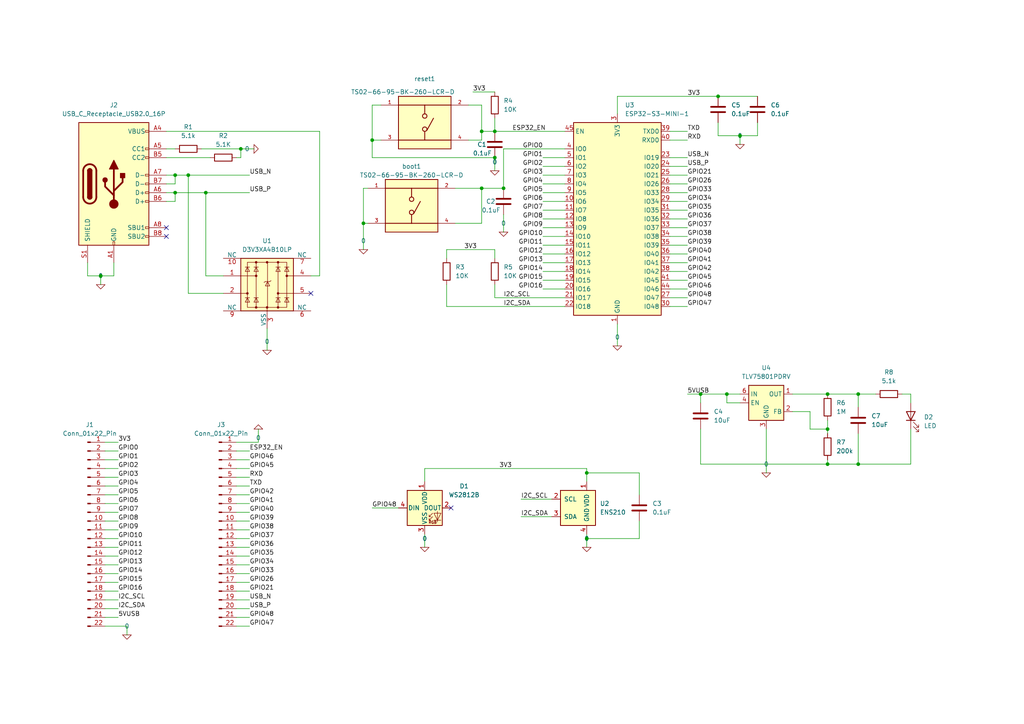
<source format=kicad_sch>
(kicad_sch (version 20231120) (generator "eeschema") (generator_version "8.0")
  (paper "A4")
  (lib_symbols
    (symbol "Connector:Conn_01x22_Pin" (pin_names (offset 1.016) hide)
      (property "Reference" "J" (at 0 27.94 0))
      (property "Value" "Conn_01x22_Pin" (at 0 -30.48 0))
      (symbol "Conn_01x22_Pin_1_1"
        (pin passive line (at 5.08 25.4 180) (length 3.81) (name "Pin_1") (number "1"))
        (pin passive line (at 5.08 2.54 180) (length 3.81) (name "Pin_10") (number "10"))
        (pin passive line (at 5.08 0 180) (length 3.81) (name "Pin_11") (number "11"))
        (pin passive line (at 5.08 -2.54 180) (length 3.81) (name "Pin_12") (number "12"))
        (pin passive line (at 5.08 -5.08 180) (length 3.81) (name "Pin_13") (number "13"))
        (pin passive line (at 5.08 -7.62 180) (length 3.81) (name "Pin_14") (number "14"))
        (pin passive line (at 5.08 -10.16 180) (length 3.81) (name "Pin_15") (number "15"))
        (pin passive line (at 5.08 -12.7 180) (length 3.81) (name "Pin_16") (number "16"))
        (pin passive line (at 5.08 -15.24 180) (length 3.81) (name "Pin_17") (number "17"))
        (pin passive line (at 5.08 -17.78 180) (length 3.81) (name "Pin_18") (number "18"))
        (pin passive line (at 5.08 -20.32 180) (length 3.81) (name "Pin_19") (number "19"))
        (pin passive line (at 5.08 22.86 180) (length 3.81) (name "Pin_2") (number "2"))
        (pin passive line (at 5.08 -22.86 180) (length 3.81) (name "Pin_20") (number "20"))
        (pin passive line (at 5.08 -25.4 180) (length 3.81) (name "Pin_21") (number "21"))
        (pin passive line (at 5.08 -27.94 180) (length 3.81) (name "Pin_22") (number "22"))
        (pin passive line (at 5.08 20.32 180) (length 3.81) (name "Pin_3") (number "3"))
        (pin passive line (at 5.08 17.78 180) (length 3.81) (name "Pin_4") (number "4"))
        (pin passive line (at 5.08 15.24 180) (length 3.81) (name "Pin_5") (number "5"))
        (pin passive line (at 5.08 12.7 180) (length 3.81) (name "Pin_6") (number "6"))
        (pin passive line (at 5.08 10.16 180) (length 3.81) (name "Pin_7") (number "7"))
        (pin passive line (at 5.08 7.62 180) (length 3.81) (name "Pin_8") (number "8"))
        (pin passive line (at 5.08 5.08 180) (length 3.81) (name "Pin_9") (number "9"))
      )
    )
    (symbol "Connector:USB_C_Receptacle_USB2.0_16P" (pin_names (offset 1.016))
      (property "Reference" "J" (at 0 22.225 0))
      (property "Value" "USB_C_Receptacle_USB2.0_16P" (at 0 19.685 0))
      (symbol "USB_C_Receptacle_USB2.0_16P_1_1"
        (pin passive line (at 0 -22.86 90) (length 5.08) (name "GND") (number "A1"))
        (pin passive line (at 0 -22.86 90) (length 5.08) hide (name "GND") (number "A12"))
        (pin passive line (at 15.24 15.24 180) (length 5.08) (name "VBUS") (number "A4"))
        (pin bidirectional line (at 15.24 10.16 180) (length 5.08) (name "CC1") (number "A5"))
        (pin bidirectional line (at 15.24 -2.54 180) (length 5.08) (name "D+") (number "A6"))
        (pin bidirectional line (at 15.24 2.54 180) (length 5.08) (name "D-") (number "A7"))
        (pin bidirectional line (at 15.24 -12.7 180) (length 5.08) (name "SBU1") (number "A8"))
        (pin passive line (at 15.24 15.24 180) (length 5.08) hide (name "VBUS") (number "A9"))
        (pin passive line (at 0 -22.86 90) (length 5.08) hide (name "GND") (number "B1"))
        (pin passive line (at 0 -22.86 90) (length 5.08) hide (name "GND") (number "B12"))
        (pin passive line (at 15.24 15.24 180) (length 5.08) hide (name "VBUS") (number "B4"))
        (pin bidirectional line (at 15.24 7.62 180) (length 5.08) (name "CC2") (number "B5"))
        (pin bidirectional line (at 15.24 -5.08 180) (length 5.08) (name "D+") (number "B6"))
        (pin bidirectional line (at 15.24 0 180) (length 5.08) (name "D-") (number "B7"))
        (pin bidirectional line (at 15.24 -15.24 180) (length 5.08) (name "SBU2") (number "B8"))
        (pin passive line (at 15.24 15.24 180) (length 5.08) hide (name "VBUS") (number "B9"))
        (pin passive line (at -7.62 -22.86 90) (length 5.08) (name "SHIELD") (number "S1"))
      )
    )
    (symbol "Device:C" (pin_numbers hide) (pin_names (offset 0.254))
      (property "Reference" "C" (at 0.635 2.54 0))
      (property "Value" "C" (at 0.635 -2.54 0))
      (symbol "C_1_1"
        (pin passive line (at 0 3.81 270) (length 2.794) (name "~") (number "1"))
        (pin passive line (at 0 -3.81 90) (length 2.794) (name "~") (number "2"))
      )
    )
    (symbol "Device:LED" (pin_numbers hide) (pin_names (offset 1.016) hide)
      (property "Reference" "D" (at 0 2.54 0))
      (property "Value" "LED" (at 0 -2.54 0))
      (symbol "LED_1_1"
        (pin passive line (at -3.81 0 0) (length 2.54) (name "K") (number "1"))
        (pin passive line (at 3.81 0 180) (length 2.54) (name "A") (number "2"))
      )
    )
    (symbol "Device:R" (pin_numbers hide) (pin_names (offset 0))
      (property "Reference" "R" (at 2.032 0 90))
      (property "Value" "R" (at 0 0 90))
      (symbol "R_1_1"
        (pin passive line (at 0 3.81 270) (length 1.27) (name "~") (number "1"))
        (pin passive line (at 0 -3.81 90) (length 1.27) (name "~") (number "2"))
      )
    )
    (symbol "LED:WS2812B" (pin_names (offset 0.254))
      (property "Reference" "D" (at 5.08 5.715 0))
      (property "Value" "WS2812B" (at 1.27 -5.715 0))
      (symbol "WS2812B_0_0"
        (text "RGB" (at 2.286 -4.191 0) (effects (font (size 0.762 0.762))))
      )
      (symbol "WS2812B_1_1"
        (pin power_in line (at 0 7.62 270) (length 2.54) (name "VDD") (number "1"))
        (pin output line (at 7.62 0 180) (length 2.54) (name "DOUT") (number "2"))
        (pin power_in line (at 0 -7.62 90) (length 2.54) (name "VSS") (number "3"))
        (pin input line (at -7.62 0 0) (length 2.54) (name "DIN") (number "4"))
      )
    )
    (symbol "Power_Protection:D3V3XA4B10LP" (pin_names (offset 0))
      (property "Reference" "U" (at -0.635 8.89 0))
      (property "Value" "D3V3XA4B10LP" (at 8.89 -10.16 0))
      (symbol "D3V3XA4B10LP_1_1"
        (pin passive line (at -12.7 2.54 0) (length 5.08) (name "~") (number "1"))
        (pin free line (at -12.7 7.62 0) (length 5.08) (name "NC") (number "10"))
        (pin passive line (at -12.7 -2.54 0) (length 5.08) (name "~") (number "2"))
        (pin power_in line (at 0 -12.7 90) (length 5.08) (name "VSS") (number "3"))
        (pin passive line (at 12.7 2.54 180) (length 5.08) (name "~") (number "4"))
        (pin passive line (at 12.7 -2.54 180) (length 5.08) (name "~") (number "5"))
        (pin free line (at 12.7 -7.62 180) (length 5.08) (name "NC") (number "6"))
        (pin free line (at 12.7 7.62 180) (length 5.08) (name "NC") (number "7"))
        (pin passive line (at 0 -12.7 90) (length 5.08) hide (name "VSS") (number "8"))
        (pin free line (at -12.7 -7.62 0) (length 5.08) (name "NC") (number "9"))
      )
    )
    (symbol "RF_Module:ESP32-S3-MINI-1"
      (property "Reference" "U" (at -11.43 29.21 0))
      (property "Value" "ESP32-S3-MINI-1" (at 12.7 29.21 0))
      (symbol "ESP32-S3-MINI-1_1_1"
        (pin power_in line (at 0 -30.48 90) (length 2.54) (name "GND") (number "1"))
        (pin bidirectional line (at -15.24 5.08 0) (length 2.54) (name "IO6") (number "10"))
        (pin bidirectional line (at -15.24 2.54 0) (length 2.54) (name "IO7") (number "11"))
        (pin bidirectional line (at -15.24 0 0) (length 2.54) (name "IO8") (number "12"))
        (pin bidirectional line (at -15.24 -2.54 0) (length 2.54) (name "IO9") (number "13"))
        (pin bidirectional line (at -15.24 -5.08 0) (length 2.54) (name "IO10") (number "14"))
        (pin bidirectional line (at -15.24 -7.62 0) (length 2.54) (name "IO11") (number "15"))
        (pin bidirectional line (at -15.24 -10.16 0) (length 2.54) (name "IO12") (number "16"))
        (pin bidirectional line (at -15.24 -12.7 0) (length 2.54) (name "IO13") (number "17"))
        (pin bidirectional line (at -15.24 -15.24 0) (length 2.54) (name "IO14") (number "18"))
        (pin bidirectional line (at -15.24 -17.78 0) (length 2.54) (name "IO15") (number "19"))
        (pin passive line (at 0 -30.48 90) (length 2.54) hide (name "GND") (number "2"))
        (pin bidirectional line (at -15.24 -20.32 0) (length 2.54) (name "IO16") (number "20"))
        (pin bidirectional line (at -15.24 -22.86 0) (length 2.54) (name "IO17") (number "21"))
        (pin bidirectional line (at -15.24 -25.4 0) (length 2.54) (name "IO18") (number "22"))
        (pin bidirectional line (at 15.24 17.78 180) (length 2.54) (name "IO19") (number "23"))
        (pin bidirectional line (at 15.24 15.24 180) (length 2.54) (name "IO20") (number "24"))
        (pin bidirectional line (at 15.24 12.7 180) (length 2.54) (name "IO21") (number "25"))
        (pin bidirectional line (at 15.24 10.16 180) (length 2.54) (name "IO26") (number "26"))
        (pin bidirectional line (at 15.24 -22.86 180) (length 2.54) (name "IO47") (number "27"))
        (pin bidirectional line (at 15.24 7.62 180) (length 2.54) (name "IO33") (number "28"))
        (pin bidirectional line (at 15.24 5.08 180) (length 2.54) (name "IO34") (number "29"))
        (pin power_in line (at 0 30.48 270) (length 2.54) (name "3V3") (number "3"))
        (pin bidirectional line (at 15.24 -25.4 180) (length 2.54) (name "IO48") (number "30"))
        (pin bidirectional line (at 15.24 2.54 180) (length 2.54) (name "IO35") (number "31"))
        (pin bidirectional line (at 15.24 0 180) (length 2.54) (name "IO36") (number "32"))
        (pin bidirectional line (at 15.24 -2.54 180) (length 2.54) (name "IO37") (number "33"))
        (pin bidirectional line (at 15.24 -5.08 180) (length 2.54) (name "IO38") (number "34"))
        (pin bidirectional line (at 15.24 -7.62 180) (length 2.54) (name "IO39") (number "35"))
        (pin bidirectional line (at 15.24 -10.16 180) (length 2.54) (name "IO40") (number "36"))
        (pin bidirectional line (at 15.24 -12.7 180) (length 2.54) (name "IO41") (number "37"))
        (pin bidirectional line (at 15.24 -15.24 180) (length 2.54) (name "IO42") (number "38"))
        (pin bidirectional line (at 15.24 25.4 180) (length 2.54) (name "TXD0") (number "39"))
        (pin bidirectional line (at -15.24 20.32 0) (length 2.54) (name "IO0") (number "4"))
        (pin bidirectional line (at 15.24 22.86 180) (length 2.54) (name "RXD0") (number "40"))
        (pin bidirectional line (at 15.24 -17.78 180) (length 2.54) (name "IO45") (number "41"))
        (pin passive line (at 0 -30.48 90) (length 2.54) hide (name "GND") (number "42"))
        (pin passive line (at 0 -30.48 90) (length 2.54) hide (name "GND") (number "43"))
        (pin bidirectional line (at 15.24 -20.32 180) (length 2.54) (name "IO46") (number "44"))
        (pin input line (at -15.24 25.4 0) (length 2.54) (name "EN") (number "45"))
        (pin passive line (at 0 -30.48 90) (length 2.54) hide (name "GND") (number "46"))
        (pin passive line (at 0 -30.48 90) (length 2.54) hide (name "GND") (number "47"))
        (pin passive line (at 0 -30.48 90) (length 2.54) hide (name "GND") (number "48"))
        (pin passive line (at 0 -30.48 90) (length 2.54) hide (name "GND") (number "49"))
        (pin bidirectional line (at -15.24 17.78 0) (length 2.54) (name "IO1") (number "5"))
        (pin passive line (at 0 -30.48 90) (length 2.54) hide (name "GND") (number "50"))
        (pin passive line (at 0 -30.48 90) (length 2.54) hide (name "GND") (number "51"))
        (pin passive line (at 0 -30.48 90) (length 2.54) hide (name "GND") (number "52"))
        (pin passive line (at 0 -30.48 90) (length 2.54) hide (name "GND") (number "53"))
        (pin passive line (at 0 -30.48 90) (length 2.54) hide (name "GND") (number "54"))
        (pin passive line (at 0 -30.48 90) (length 2.54) hide (name "GND") (number "55"))
        (pin passive line (at 0 -30.48 90) (length 2.54) hide (name "GND") (number "56"))
        (pin passive line (at 0 -30.48 90) (length 2.54) hide (name "GND") (number "57"))
        (pin passive line (at 0 -30.48 90) (length 2.54) hide (name "GND") (number "58"))
        (pin passive line (at 0 -30.48 90) (length 2.54) hide (name "GND") (number "59"))
        (pin bidirectional line (at -15.24 15.24 0) (length 2.54) (name "IO2") (number "6"))
        (pin passive line (at 0 -30.48 90) (length 2.54) hide (name "GND") (number "60"))
        (pin passive line (at 0 -30.48 90) (length 2.54) hide (name "GND") (number "61"))
        (pin passive line (at 0 -30.48 90) (length 2.54) hide (name "GND") (number "62"))
        (pin passive line (at 0 -30.48 90) (length 2.54) hide (name "GND") (number "63"))
        (pin passive line (at 0 -30.48 90) (length 2.54) hide (name "GND") (number "64"))
        (pin passive line (at 0 -30.48 90) (length 2.54) hide (name "GND") (number "65"))
        (pin bidirectional line (at -15.24 12.7 0) (length 2.54) (name "IO3") (number "7"))
        (pin bidirectional line (at -15.24 10.16 0) (length 2.54) (name "IO4") (number "8"))
        (pin bidirectional line (at -15.24 7.62 0) (length 2.54) (name "IO5") (number "9"))
      )
    )
    (symbol "Regulator_Linear:TLV75801PDRV"
      (property "Reference" "U" (at -3.81 6.35 0))
      (property "Value" "TLV75801PDRV" (at 0 6.35 0))
      (symbol "TLV75801PDRV_1_1"
        (pin power_out line (at 7.62 2.54 180) (length 2.54) (name "OUT") (number "1"))
        (pin input line (at 7.62 -2.54 180) (length 2.54) (name "FB") (number "2"))
        (pin power_in line (at 0 -7.62 90) (length 2.54) (name "GND") (number "3"))
        (pin input line (at -7.62 0 0) (length 2.54) (name "EN") (number "4"))
        (pin no_connect line (at 5.08 0 180) (length 2.54) hide (name "DNC") (number "5"))
        (pin power_in line (at -7.62 2.54 0) (length 2.54) (name "IN") (number "6"))
        (pin passive line (at 0 -7.62 90) (length 2.54) hide (name "GND") (number "7"))
      )
    )
    (symbol "Sensor_Humidity:ENS210" (pin_names (offset 1.016))
      (property "Reference" "U" (at -7.62 10.16 0))
      (property "Value" "ENS210" (at -7.62 7.62 0))
      (symbol "ENS210_1_1"
        (pin power_in line (at 2.54 7.62 270) (length 2.54) (name "VDD") (number "1"))
        (pin input line (at -7.62 2.54 0) (length 2.54) (name "SCL") (number "2"))
        (pin bidirectional line (at -7.62 -2.54 0) (length 2.54) (name "SDA") (number "3"))
        (pin power_in line (at 2.54 -7.62 90) (length 2.54) (name "GND") (number "4"))
        (pin passive line (at 2.54 -7.62 90) (length 2.54) hide (name "GND") (number "5"))
      )
    )
    (symbol "Simulation_SPICE:0" (power) (pin_numbers hide) (pin_names (offset 0) hide)
      (property "Value" "0" (at 0 -2.54 0))
      (symbol "0_1_1"
        (pin power_in line (at 0 0 0) (length 0) (name "~") (number "1"))
      )
    )
    (symbol "TS02-66-95-BK-260-LCR-D:TS02-66-95-BK-260-LCR-D" (pin_names (offset 1.016))
      (property "Reference" "S" (at -7.62 8.382 0))
      (property "Value" "TS02-66-95-BK-260-LCR-D" (at -7.62 -8.382 0))
      (symbol "TS02-66-95-BK-260-LCR-D_0_0"
        (pin passive line (at -12.7 5.08 0) (length 5.08) (name "~") (number "1"))
        (pin passive line (at 12.7 5.08 180) (length 5.08) (name "~") (number "2"))
        (pin passive line (at -12.7 -5.08 0) (length 5.08) (name "~") (number "3"))
        (pin passive line (at 12.7 -5.08 180) (length 5.08) (name "~") (number "4"))
      )
    )
  )
  (junction (at 29.21 80.01))
  (junction (at 248.92 134.62))
  (junction (at 240.03 114.3))
  (junction (at 50.8 55.88))
  (junction (at 208.28 27.94))
  (junction (at 203.2 114.3))
  (junction (at 107.95 40.64))
  (junction (at 50.8 50.8))
  (junction (at 143.51 38.1))
  (junction (at 143.51 45.72))
  (junction (at 146.05 54.61))
  (junction (at 54.61 50.8))
  (junction (at 240.03 134.62))
  (junction (at 59.69 55.88))
  (junction (at 170.18 137.16))
  (junction (at 240.03 124.46))
  (junction (at 105.41 64.77))
  (junction (at 248.92 114.3))
  (junction (at 214.63 39.37))
  (junction (at 139.7 54.61))
  (junction (at 170.18 156.21))
  (junction (at 139.7 38.1))
  (junction (at 210.82 114.3))
  (junction (at 69.85 43.18))
  (no_connect (at 90.17 85.09))
  (no_connect (at 130.81 147.32))
  (no_connect (at 48.26 66.04))
  (no_connect (at 48.26 68.58))
  (wire (pts (xy 25.4 80.01) (xy 29.21 80.01)))
  (wire (pts (xy 54.61 50.8) (xy 54.61 85.09)))
  (wire (pts (xy 72.39 148.59) (xy 68.58 148.59)))
  (wire (pts (xy 151.13 149.86) (xy 160.02 149.86)))
  (wire (pts (xy 107.95 30.48) (xy 107.95 40.64)))
  (wire (pts (xy 143.51 38.1) (xy 163.83 38.1)))
  (wire (pts (xy 219.71 35.56) (xy 219.71 39.37)))
  (wire (pts (xy 240.03 121.92) (xy 240.03 124.46)))
  (wire (pts (xy 34.29 143.51) (xy 30.48 143.51)))
  (wire (pts (xy 199.39 78.74) (xy 194.31 78.74)))
  (wire (pts (xy 129.54 88.9) (xy 163.83 88.9)))
  (wire (pts (xy 105.41 54.61) (xy 106.68 54.61)))
  (wire (pts (xy 48.26 53.34) (xy 50.8 53.34)))
  (wire (pts (xy 54.61 85.09) (xy 64.77 85.09)))
  (wire (pts (xy 72.39 146.05) (xy 68.58 146.05)))
  (wire (pts (xy 240.03 124.46) (xy 240.03 125.73)))
  (wire (pts (xy 135.89 40.64) (xy 139.7 40.64)))
  (wire (pts (xy 199.39 114.3) (xy 203.2 114.3)))
  (wire (pts (xy 199.39 45.72) (xy 194.31 45.72)))
  (wire (pts (xy 34.29 140.97) (xy 30.48 140.97)))
  (wire (pts (xy 34.29 158.75) (xy 30.48 158.75)))
  (wire (pts (xy 185.42 137.16) (xy 185.42 143.51)))
  (wire (pts (xy 34.29 176.53) (xy 30.48 176.53)))
  (wire (pts (xy 234.95 124.46) (xy 240.03 124.46)))
  (wire (pts (xy 34.29 130.81) (xy 30.48 130.81)))
  (wire (pts (xy 123.19 154.94) (xy 123.19 158.75)))
  (wire (pts (xy 248.92 125.73) (xy 248.92 134.62)))
  (wire (pts (xy 240.03 134.62) (xy 248.92 134.62)))
  (wire (pts (xy 139.7 38.1) (xy 143.51 38.1)))
  (wire (pts (xy 34.29 179.07) (xy 30.48 179.07)))
  (wire (pts (xy 199.39 83.82) (xy 194.31 83.82)))
  (wire (pts (xy 264.16 114.3) (xy 264.16 116.84)))
  (wire (pts (xy 170.18 135.89) (xy 170.18 137.16)))
  (wire (pts (xy 139.7 54.61) (xy 146.05 54.61)))
  (wire (pts (xy 157.48 66.04) (xy 163.83 66.04)))
  (wire (pts (xy 240.03 133.35) (xy 240.03 134.62)))
  (wire (pts (xy 72.39 140.97) (xy 68.58 140.97)))
  (wire (pts (xy 199.39 66.04) (xy 194.31 66.04)))
  (wire (pts (xy 199.39 76.2) (xy 194.31 76.2)))
  (wire (pts (xy 214.63 39.37) (xy 214.63 41.91)))
  (wire (pts (xy 157.48 81.28) (xy 163.83 81.28)))
  (wire (pts (xy 146.05 43.18) (xy 163.83 43.18)))
  (wire (pts (xy 72.39 163.83) (xy 68.58 163.83)))
  (wire (pts (xy 139.7 30.48) (xy 139.7 38.1)))
  (wire (pts (xy 34.29 138.43) (xy 30.48 138.43)))
  (wire (pts (xy 72.39 156.21) (xy 68.58 156.21)))
  (wire (pts (xy 143.51 34.29) (xy 143.51 38.1)))
  (wire (pts (xy 157.48 71.12) (xy 163.83 71.12)))
  (wire (pts (xy 107.95 40.64) (xy 107.95 45.72)))
  (wire (pts (xy 222.25 124.46) (xy 222.25 137.16)))
  (wire (pts (xy 123.19 135.89) (xy 123.19 139.7)))
  (wire (pts (xy 90.17 80.01) (xy 92.71 80.01)))
  (wire (pts (xy 48.26 55.88) (xy 50.8 55.88)))
  (wire (pts (xy 170.18 156.21) (xy 170.18 158.75)))
  (wire (pts (xy 157.48 78.74) (xy 163.83 78.74)))
  (wire (pts (xy 203.2 114.3) (xy 210.82 114.3)))
  (wire (pts (xy 77.47 95.25) (xy 77.47 101.6)))
  (wire (pts (xy 72.39 168.91) (xy 68.58 168.91)))
  (wire (pts (xy 25.4 76.2) (xy 25.4 80.01)))
  (wire (pts (xy 34.29 171.45) (xy 30.48 171.45)))
  (wire (pts (xy 199.39 71.12) (xy 194.31 71.12)))
  (wire (pts (xy 50.8 55.88) (xy 59.69 55.88)))
  (wire (pts (xy 34.29 135.89) (xy 30.48 135.89)))
  (wire (pts (xy 170.18 137.16) (xy 185.42 137.16)))
  (wire (pts (xy 54.61 50.8) (xy 72.39 50.8)))
  (wire (pts (xy 34.29 173.99) (xy 30.48 173.99)))
  (wire (pts (xy 199.39 68.58) (xy 194.31 68.58)))
  (wire (pts (xy 157.48 63.5) (xy 163.83 63.5)))
  (wire (pts (xy 105.41 72.39) (xy 105.41 64.77)))
  (wire (pts (xy 34.29 133.35) (xy 30.48 133.35)))
  (wire (pts (xy 29.21 80.01) (xy 29.21 82.55)))
  (wire (pts (xy 34.29 161.29) (xy 30.48 161.29)))
  (wire (pts (xy 34.29 128.27) (xy 30.48 128.27)))
  (wire (pts (xy 203.2 114.3) (xy 203.2 116.84)))
  (wire (pts (xy 34.29 153.67) (xy 30.48 153.67)))
  (wire (pts (xy 33.02 76.2) (xy 33.02 80.01)))
  (wire (pts (xy 123.19 135.89) (xy 170.18 135.89)))
  (wire (pts (xy 72.39 133.35) (xy 68.58 133.35)))
  (wire (pts (xy 157.48 50.8) (xy 163.83 50.8)))
  (wire (pts (xy 29.21 80.01) (xy 33.02 80.01)))
  (wire (pts (xy 157.48 45.72) (xy 163.83 45.72)))
  (wire (pts (xy 72.39 161.29) (xy 68.58 161.29)))
  (wire (pts (xy 143.51 82.55) (xy 143.51 86.36)))
  (wire (pts (xy 199.39 48.26) (xy 194.31 48.26)))
  (wire (pts (xy 34.29 163.83) (xy 30.48 163.83)))
  (wire (pts (xy 208.28 35.56) (xy 208.28 39.37)))
  (wire (pts (xy 157.48 73.66) (xy 163.83 73.66)))
  (wire (pts (xy 72.39 171.45) (xy 68.58 171.45)))
  (wire (pts (xy 146.05 62.23) (xy 146.05 67.31)))
  (wire (pts (xy 157.48 68.58) (xy 163.83 68.58)))
  (wire (pts (xy 30.48 181.61) (xy 36.83 181.61)))
  (wire (pts (xy 72.39 158.75) (xy 68.58 158.75)))
  (wire (pts (xy 48.26 43.18) (xy 50.8 43.18)))
  (wire (pts (xy 208.28 27.94) (xy 219.71 27.94)))
  (wire (pts (xy 179.07 93.98) (xy 179.07 100.33)))
  (wire (pts (xy 157.48 55.88) (xy 163.83 55.88)))
  (wire (pts (xy 50.8 50.8) (xy 50.8 53.34)))
  (wire (pts (xy 146.05 43.18) (xy 146.05 54.61)))
  (wire (pts (xy 36.83 181.61) (xy 36.83 184.15)))
  (wire (pts (xy 199.39 50.8) (xy 194.31 50.8)))
  (wire (pts (xy 72.39 130.81) (xy 68.58 130.81)))
  (wire (pts (xy 50.8 50.8) (xy 54.61 50.8)))
  (wire (pts (xy 210.82 114.3) (xy 214.63 114.3)))
  (wire (pts (xy 248.92 114.3) (xy 254 114.3)))
  (wire (pts (xy 229.87 119.38) (xy 234.95 119.38)))
  (wire (pts (xy 137.16 26.67) (xy 143.51 26.67)))
  (wire (pts (xy 210.82 116.84) (xy 214.63 116.84)))
  (wire (pts (xy 48.26 38.1) (xy 92.71 38.1)))
  (wire (pts (xy 72.39 153.67) (xy 68.58 153.67)))
  (wire (pts (xy 157.48 76.2) (xy 163.83 76.2)))
  (wire (pts (xy 72.39 176.53) (xy 68.58 176.53)))
  (wire (pts (xy 199.39 40.64) (xy 194.31 40.64)))
  (wire (pts (xy 208.28 39.37) (xy 214.63 39.37)))
  (wire (pts (xy 107.95 147.32) (xy 115.57 147.32)))
  (wire (pts (xy 143.51 86.36) (xy 163.83 86.36)))
  (wire (pts (xy 48.26 45.72) (xy 60.96 45.72)))
  (wire (pts (xy 170.18 154.94) (xy 170.18 156.21)))
  (wire (pts (xy 34.29 166.37) (xy 30.48 166.37)))
  (wire (pts (xy 105.41 54.61) (xy 105.41 64.77)))
  (wire (pts (xy 34.29 156.21) (xy 30.48 156.21)))
  (wire (pts (xy 199.39 86.36) (xy 194.31 86.36)))
  (wire (pts (xy 34.29 151.13) (xy 30.48 151.13)))
  (wire (pts (xy 199.39 53.34) (xy 194.31 53.34)))
  (wire (pts (xy 69.85 43.18) (xy 73.66 43.18)))
  (wire (pts (xy 229.87 114.3) (xy 240.03 114.3)))
  (wire (pts (xy 34.29 146.05) (xy 30.48 146.05)))
  (wire (pts (xy 74.93 124.46) (xy 74.93 128.27)))
  (wire (pts (xy 179.07 27.94) (xy 208.28 27.94)))
  (wire (pts (xy 240.03 114.3) (xy 248.92 114.3)))
  (wire (pts (xy 143.51 45.72) (xy 143.51 49.53)))
  (wire (pts (xy 139.7 40.64) (xy 139.7 38.1)))
  (wire (pts (xy 72.39 181.61) (xy 68.58 181.61)))
  (wire (pts (xy 157.48 83.82) (xy 163.83 83.82)))
  (wire (pts (xy 157.48 60.96) (xy 163.83 60.96)))
  (wire (pts (xy 107.95 45.72) (xy 143.51 45.72)))
  (wire (pts (xy 68.58 128.27) (xy 74.93 128.27)))
  (wire (pts (xy 157.48 53.34) (xy 163.83 53.34)))
  (wire (pts (xy 72.39 179.07) (xy 68.58 179.07)))
  (wire (pts (xy 72.39 135.89) (xy 68.58 135.89)))
  (wire (pts (xy 203.2 124.46) (xy 203.2 134.62)))
  (wire (pts (xy 179.07 27.94) (xy 179.07 33.02)))
  (wire (pts (xy 132.08 54.61) (xy 139.7 54.61)))
  (wire (pts (xy 69.85 43.18) (xy 69.85 45.72)))
  (wire (pts (xy 105.41 64.77) (xy 106.68 64.77)))
  (wire (pts (xy 59.69 55.88) (xy 72.39 55.88)))
  (wire (pts (xy 210.82 114.3) (xy 210.82 116.84)))
  (wire (pts (xy 199.39 88.9) (xy 194.31 88.9)))
  (wire (pts (xy 72.39 143.51) (xy 68.58 143.51)))
  (wire (pts (xy 248.92 134.62) (xy 264.16 134.62)))
  (wire (pts (xy 48.26 50.8) (xy 50.8 50.8)))
  (wire (pts (xy 199.39 38.1) (xy 194.31 38.1)))
  (wire (pts (xy 129.54 72.39) (xy 143.51 72.39)))
  (wire (pts (xy 248.92 114.3) (xy 248.92 118.11)))
  (wire (pts (xy 199.39 63.5) (xy 194.31 63.5)))
  (wire (pts (xy 92.71 38.1) (xy 92.71 80.01)))
  (wire (pts (xy 170.18 156.21) (xy 185.42 156.21)))
  (wire (pts (xy 59.69 80.01) (xy 64.77 80.01)))
  (wire (pts (xy 72.39 151.13) (xy 68.58 151.13)))
  (wire (pts (xy 50.8 55.88) (xy 50.8 58.42)))
  (wire (pts (xy 234.95 119.38) (xy 234.95 124.46)))
  (wire (pts (xy 34.29 148.59) (xy 30.48 148.59)))
  (wire (pts (xy 129.54 72.39) (xy 129.54 74.93)))
  (wire (pts (xy 157.48 58.42) (xy 163.83 58.42)))
  (wire (pts (xy 132.08 64.77) (xy 139.7 64.77)))
  (wire (pts (xy 107.95 30.48) (xy 110.49 30.48)))
  (wire (pts (xy 199.39 58.42) (xy 194.31 58.42)))
  (wire (pts (xy 151.13 144.78) (xy 160.02 144.78)))
  (wire (pts (xy 72.39 166.37) (xy 68.58 166.37)))
  (wire (pts (xy 139.7 54.61) (xy 139.7 64.77)))
  (wire (pts (xy 143.51 72.39) (xy 143.51 74.93)))
  (wire (pts (xy 203.2 134.62) (xy 240.03 134.62)))
  (wire (pts (xy 264.16 124.46) (xy 264.16 134.62)))
  (wire (pts (xy 199.39 81.28) (xy 194.31 81.28)))
  (wire (pts (xy 34.29 168.91) (xy 30.48 168.91)))
  (wire (pts (xy 72.39 173.99) (xy 68.58 173.99)))
  (wire (pts (xy 261.62 114.3) (xy 264.16 114.3)))
  (wire (pts (xy 58.42 43.18) (xy 69.85 43.18)))
  (wire (pts (xy 107.95 40.64) (xy 110.49 40.64)))
  (wire (pts (xy 48.26 58.42) (xy 50.8 58.42)))
  (wire (pts (xy 72.39 138.43) (xy 68.58 138.43)))
  (wire (pts (xy 129.54 82.55) (xy 129.54 88.9)))
  (wire (pts (xy 185.42 151.13) (xy 185.42 156.21)))
  (wire (pts (xy 59.69 55.88) (xy 59.69 80.01)))
  (wire (pts (xy 199.39 55.88) (xy 194.31 55.88)))
  (wire (pts (xy 68.58 45.72) (xy 69.85 45.72)))
  (wire (pts (xy 199.39 73.66) (xy 194.31 73.66)))
  (wire (pts (xy 135.89 30.48) (xy 139.7 30.48)))
  (wire (pts (xy 170.18 137.16) (xy 170.18 139.7)))
  (wire (pts (xy 214.63 39.37) (xy 219.71 39.37)))
  (wire (pts (xy 199.39 60.96) (xy 194.31 60.96)))
  (wire (pts (xy 157.48 48.26) (xy 163.83 48.26)))
  (label "USB_N" (at 199.39 45.72 0))
  (label "GPIO2" (at 34.29 135.89 0))
  (label "GPIO21" (at 199.39 50.8 0))
  (label "I2C_SDA" (at 151.13 149.86 0))
  (label "GPIO7" (at 157.48 60.96 180))
  (label "GPIO11" (at 34.29 158.75 0))
  (label "TXD" (at 72.39 140.97 0))
  (label "GPIO0" (at 34.29 130.81 0))
  (label "5VUSB" (at 34.29 179.07 0))
  (label "GPIO40" (at 199.39 73.66 0))
  (label "GPIO0" (at 157.48 43.18 180))
  (label "GPIO48" (at 107.95 147.32 0))
  (label "USB_P" (at 199.39 48.26 0))
  (label "GPIO5" (at 157.48 55.88 180))
  (label "GPIO9" (at 157.48 66.04 180))
  (label "GPIO8" (at 34.29 151.13 0))
  (label "GPIO33" (at 199.39 55.88 0))
  (label "GPIO1" (at 157.48 45.72 180))
  (label "GPIO39" (at 72.39 151.13 0))
  (label "GPIO4" (at 157.48 53.34 180))
  (label "GPIO9" (at 34.29 153.67 0))
  (label "3V3" (at 144.78 135.89 0))
  (label "RXD" (at 72.39 138.43 0))
  (label "3V3" (at 34.29 128.27 0))
  (label "GPIO37" (at 199.39 66.04 0))
  (label "I2C_SDA" (at 146.05 88.9 0))
  (label "GPIO3" (at 157.48 50.8 180))
  (label "GPIO26" (at 72.39 168.91 0))
  (label "GPIO37" (at 72.39 156.21 0))
  (label "GPIO10" (at 157.48 68.58 180))
  (label "GPIO40" (at 72.39 148.59 0))
  (label "3V3" (at 137.16 26.67 0))
  (label "USB_P" (at 72.39 176.53 0))
  (label "GPIO36" (at 199.39 63.5 0))
  (label "USB_N" (at 72.39 50.8 0))
  (label "GPIO12" (at 157.48 73.66 180))
  (label "GPIO5" (at 34.29 143.51 0))
  (label "GPIO42" (at 72.39 143.51 0))
  (label "5VUSB" (at 199.39 114.3 0))
  (label "GPIO14" (at 34.29 166.37 0))
  (label "GPIO34" (at 199.39 58.42 0))
  (label "RXD" (at 199.39 40.64 0))
  (label "GPIO13" (at 157.48 76.2 180))
  (label "GPIO26" (at 199.39 53.34 0))
  (label "GPIO45" (at 72.39 135.89 0))
  (label "GPIO45" (at 199.39 81.28 0))
  (label "GPIO21" (at 72.39 171.45 0))
  (label "GPIO11" (at 157.48 71.12 180))
  (label "GPIO4" (at 34.29 140.97 0))
  (label "GPIO15" (at 157.48 81.28 180))
  (label "GPIO12" (at 34.29 161.29 0))
  (label "GPIO6" (at 34.29 146.05 0))
  (label "I2C_SDA" (at 34.29 176.53 0))
  (label "GPIO41" (at 199.39 76.2 0))
  (label "GPIO47" (at 199.39 88.9 0))
  (label "GPIO6" (at 157.48 58.42 180))
  (label "GPIO48" (at 72.39 179.07 0))
  (label "USB_N" (at 72.39 173.99 0))
  (label "GPIO46" (at 72.39 133.35 0))
  (label "GPIO48" (at 199.39 86.36 0))
  (label "GPIO39" (at 199.39 71.12 0))
  (label "3V3" (at 134.62 72.39 0))
  (label "GPIO16" (at 157.48 83.82 180))
  (label "GPIO2" (at 157.48 48.26 180))
  (label "GPIO1" (at 34.29 133.35 0))
  (label "GPIO47" (at 72.39 181.61 0))
  (label "ESP32_EN" (at 72.39 130.81 0))
  (label "GPIO34" (at 72.39 163.83 0))
  (label "GPIO33" (at 72.39 166.37 0))
  (label "TXD" (at 199.39 38.1 0))
  (label "GPIO7" (at 34.29 148.59 0))
  (label "GPIO15" (at 34.29 168.91 0))
  (label "GPIO16" (at 34.29 171.45 0))
  (label "GPIO35" (at 72.39 161.29 0))
  (label "ESP32_EN" (at 148.59 38.1 0))
  (label "GPIO42" (at 199.39 78.74 0))
  (label "GPIO38" (at 199.39 68.58 0))
  (label "3V3" (at 199.39 27.94 0))
  (label "I2C_SCL" (at 151.13 144.78 0))
  (label "GPIO36" (at 72.39 158.75 0))
  (label "GPIO10" (at 34.29 156.21 0))
  (label "GPIO14" (at 157.48 78.74 180))
  (label "GPIO41" (at 72.39 146.05 0))
  (label "GPIO46" (at 199.39 83.82 0))
  (label "I2C_SCL" (at 34.29 173.99 0))
  (label "GPIO8" (at 157.48 63.5 180))
  (label "GPIO35" (at 199.39 60.96 0))
  (label "USB_P" (at 72.39 55.88 0))
  (label "GPIO38" (at 72.39 153.67 0))
  (label "GPIO3" (at 34.29 138.43 0))
  (label "I2C_SCL" (at 146.05 86.36 0))
  (label "GPIO13" (at 34.29 163.83 0))
  (symbol (lib_id "Sensor_Humidity:ENS210") (at 167.64 147.32 0) (unit 1)
    (property "Reference" "U2" (at 173.99 146.0499 0) (effects (justify left)))
    (property "Value" "ENS210" (at 173.99 148.5899 0) (effects (justify left)))
    (property "Footprint" "Package_DFN_QFN:AMS_QFN-4-1EP_2x2mm_P0.95mm_EP0.7x1.6mm" (effects (hide yes)))
    (property "Datasheet" "http://ams.com/eng/Products/Environmental-Sensors/Relative-Humidity-and-Temperature-Sensors/ENS210" (effects (hide yes)))
    (property "Description" "Relative Humidity and Temperature Sensor with I2C Interface" (effects (hide yes)))
  )
  (symbol (lib_id "Simulation_SPICE:0") (at 222.25 137.16 0) (unit 1)
    (property "Reference" "#GND013" (effects (hide yes)))
    (property "Value" "0" (at 222.25 134.62 0))
    (property "Datasheet" "https://ngspice.sourceforge.io/docs/ngspice-html-manual/manual.xhtml#subsec_Circuit_elements__device" (effects (hide yes)))
    (property "Description" "0V reference potential for simulation" (effects (hide yes)))
  )
  (symbol (lib_id "Simulation_SPICE:0") (at 29.21 82.55 0) (unit 1)
    (property "Reference" "#GND01" (effects (hide yes)))
    (property "Value" "0" (at 29.21 80.01 0))
    (property "Datasheet" "https://ngspice.sourceforge.io/docs/ngspice-html-manual/manual.xhtml#subsec_Circuit_elements__device" (effects (hide yes)))
    (property "Description" "0V reference potential for simulation" (effects (hide yes)))
  )
  (symbol (lib_id "Device:C") (at 203.2 120.65 0) (unit 1)
    (property "Reference" "C4" (at 207.01 119.3799 0) (effects (justify left)))
    (property "Value" "10uF" (at 207.01 121.9199 0) (effects (justify left)))
    (property "Footprint" "Capacitor_SMD:C_0603_1608Metric_Pad1.08x0.95mm_HandSolder" (effects (hide yes)))
    (property "Description" "Unpolarized capacitor" (effects (hide yes)))
  )
  (symbol (lib_id "Simulation_SPICE:0") (at 146.05 67.31 0) (unit 1)
    (property "Reference" "#GND09" (effects (hide yes)))
    (property "Value" "0" (at 146.05 64.77 0))
    (property "Datasheet" "https://ngspice.sourceforge.io/docs/ngspice-html-manual/manual.xhtml#subsec_Circuit_elements__device" (effects (hide yes)))
    (property "Description" "0V reference potential for simulation" (effects (hide yes)))
  )
  (symbol (lib_id "TS02-66-95-BK-260-LCR-D:TS02-66-95-BK-260-LCR-D") (at 123.19 35.56 0) (unit 1)
    (property "Reference" "reset1" (at 123.19 22.86 0))
    (property "Value" "TS02-66-95-BK-260-LCR-D" (at 116.84 26.67 0))
    (property "Footprint" "TS02-66-95-BK-260-LCR-D:SW_TS02-66-95-BK-260-LCR-D" (effects (hide yes)))
    (property "MF" "CUI Devices" (effects (hide yes)))
    (property "Description_1" "6 x 6 mm, 9.5 mm Actuator Height, 260 gf, Black, Long Crimped, Through Hole, SPST, Tactile Switch" (effects (hide yes)))
    (property "Package" "None" (effects (hide yes)))
    (property "Price" "None" (effects (hide yes)))
    (property "Check_prices" "https://www.snapeda.com/parts/TS02-66-95-BK-260-LCR-D/CUI+Devices/view-part/?ref=eda" (effects (hide yes)))
    (property "STANDARD" "Manufacturer Recommendations" (effects (hide yes)))
    (property "PARTREV" "1.0" (effects (hide yes)))
    (property "SnapEDA_Link" "https://www.snapeda.com/parts/TS02-66-95-BK-260-LCR-D/CUI+Devices/view-part/?ref=snap" (effects (hide yes)))
    (property "MP" "TS02-66-95-BK-260-LCR-D" (effects (hide yes)))
    (property "Purchase-URL" "https://www.snapeda.com/api/url_track_click_mouser/?unipart_id=8666106&manufacturer=CUI Devices&part_name=TS02-66-95-BK-260-LCR-D&search_term=switch" (effects (hide yes)))
    (property "CUI_purchase_URL" "https://www.cuidevices.com/product/switches/tactile-switches/ts02-66-95-bk-260-lcr-d?utm_source=snapeda.com&utm_medium=referral&utm_campaign=snapedaBOM" (effects (hide yes)))
    (property "Availability" "In Stock" (effects (hide yes)))
    (property "MANUFACTURER" "CUI Devices" (effects (hide yes)))
  )
  (symbol (lib_id "Connector:Conn_01x22_Pin") (at 63.5 153.67 0) (unit 1)
    (property "Reference" "J3" (at 64.135 123.19 0))
    (property "Value" "Conn_01x22_Pin" (at 64.135 125.73 0))
    (property "Footprint" "Connector_PinHeader_2.54mm:PinHeader_1x22_P2.54mm_Vertical" (effects (hide yes)))
    (property "Description" "Generic connector, single row, 01x22, script generated" (effects (hide yes)))
  )
  (symbol (lib_id "Connector:USB_C_Receptacle_USB2.0_16P") (at 33.02 53.34 0) (unit 1)
    (property "Reference" "J2" (at 33.02 30.48 0))
    (property "Value" "USB_C_Receptacle_USB2.0_16P" (at 33.02 33.02 0))
    (property "Footprint" "Connector_USB:USB_C_Receptacle_GCT_USB4105-xx-A_16P_TopMnt_Horizontal" (effects (hide yes)))
    (property "Datasheet" "https://www.usb.org/sites/default/files/documents/usb_type-c.zip" (effects (hide yes)))
    (property "Description" "USB 2.0-only 16P Type-C Receptacle connector" (effects (hide yes)))
  )
  (symbol (lib_id "Device:R") (at 240.03 129.54 0) (unit 1)
    (property "Reference" "R7" (at 242.57 128.2699 0) (effects (justify left)))
    (property "Value" "200k" (at 242.57 130.8099 0) (effects (justify left)))
    (property "Footprint" "Resistor_SMD:R_0805_2012Metric" (effects (hide yes)))
    (property "Description" "Resistor" (effects (hide yes)))
  )
  (symbol (lib_id "LED:WS2812B") (at 123.19 147.32 0) (unit 1)
    (property "Reference" "D1" (at 134.62 141.0014 0))
    (property "Value" "WS2812B" (at 134.62 143.5414 0))
    (property "Footprint" "LED_SMD:LED_WS2812B_PLCC4_5.0x5.0mm_P3.2mm" (effects (hide yes)))
    (property "Datasheet" "https://cdn-shop.adafruit.com/datasheets/WS2812B.pdf" (effects (hide yes)))
    (property "Description" "RGB LED with integrated controller" (effects (hide yes)))
  )
  (symbol (lib_id "Device:C") (at 185.42 147.32 0) (unit 1)
    (property "Reference" "C3" (at 189.23 146.0499 0) (effects (justify left)))
    (property "Value" "0.1uF" (at 189.23 148.5899 0) (effects (justify left)))
    (property "Footprint" "Capacitor_SMD:C_0603_1608Metric_Pad1.08x0.95mm_HandSolder" (effects (hide yes)))
    (property "Description" "Unpolarized capacitor" (effects (hide yes)))
  )
  (symbol (lib_id "Device:R") (at 129.54 78.74 0) (unit 1)
    (property "Reference" "R3" (at 132.08 77.4699 0) (effects (justify left)))
    (property "Value" "10K" (at 132.08 80.0099 0) (effects (justify left)))
    (property "Footprint" "Resistor_SMD:R_0805_2012Metric" (effects (hide yes)))
    (property "Description" "Resistor" (effects (hide yes)))
  )
  (symbol (lib_id "Connector:Conn_01x22_Pin") (at 25.4 153.67 0) (unit 1)
    (property "Reference" "J1" (at 26.035 123.19 0))
    (property "Value" "Conn_01x22_Pin" (at 26.035 125.73 0))
    (property "Footprint" "Connector_PinHeader_2.54mm:PinHeader_1x22_P2.54mm_Vertical" (effects (hide yes)))
    (property "Description" "Generic connector, single row, 01x22, script generated" (effects (hide yes)))
  )
  (symbol (lib_id "Simulation_SPICE:0") (at 73.66 43.18 90) (unit 1)
    (property "Reference" "#GND03" (effects (hide yes)))
    (property "Value" "0" (at 72.39 43.1799 90) (effects (justify left)))
    (property "Datasheet" "https://ngspice.sourceforge.io/docs/ngspice-html-manual/manual.xhtml#subsec_Circuit_elements__device" (effects (hide yes)))
    (property "Description" "0V reference potential for simulation" (effects (hide yes)))
  )
  (symbol (lib_id "Device:C") (at 208.28 31.75 0) (unit 1)
    (property "Reference" "C5" (at 212.09 30.4799 0) (effects (justify left)))
    (property "Value" "0.1uF" (at 212.09 33.0199 0) (effects (justify left)))
    (property "Footprint" "Capacitor_SMD:C_0603_1608Metric_Pad1.08x0.95mm_HandSolder" (effects (hide yes)))
    (property "Description" "Unpolarized capacitor" (effects (hide yes)))
  )
  (symbol (lib_id "Simulation_SPICE:0") (at 77.47 101.6 0) (unit 1)
    (property "Reference" "#GND05" (effects (hide yes)))
    (property "Value" "0" (at 77.47 99.06 0))
    (property "Datasheet" "https://ngspice.sourceforge.io/docs/ngspice-html-manual/manual.xhtml#subsec_Circuit_elements__device" (effects (hide yes)))
    (property "Description" "0V reference potential for simulation" (effects (hide yes)))
  )
  (symbol (lib_id "TS02-66-95-BK-260-LCR-D:TS02-66-95-BK-260-LCR-D") (at 119.38 59.69 0) (unit 1)
    (property "Reference" "boot1" (at 119.38 48.26 0))
    (property "Value" "TS02-66-95-BK-260-LCR-D" (at 119.38 50.8 0))
    (property "Footprint" "TS02-66-95-BK-260-LCR-D:SW_TS02-66-95-BK-260-LCR-D" (effects (hide yes)))
    (property "MF" "CUI Devices" (effects (hide yes)))
    (property "Description_1" "6 x 6 mm, 9.5 mm Actuator Height, 260 gf, Black, Long Crimped, Through Hole, SPST, Tactile Switch" (effects (hide yes)))
    (property "Package" "None" (effects (hide yes)))
    (property "Price" "None" (effects (hide yes)))
    (property "Check_prices" "https://www.snapeda.com/parts/TS02-66-95-BK-260-LCR-D/CUI+Devices/view-part/?ref=eda" (effects (hide yes)))
    (property "STANDARD" "Manufacturer Recommendations" (effects (hide yes)))
    (property "PARTREV" "1.0" (effects (hide yes)))
    (property "SnapEDA_Link" "https://www.snapeda.com/parts/TS02-66-95-BK-260-LCR-D/CUI+Devices/view-part/?ref=snap" (effects (hide yes)))
    (property "MP" "TS02-66-95-BK-260-LCR-D" (effects (hide yes)))
    (property "Purchase-URL" "https://www.snapeda.com/api/url_track_click_mouser/?unipart_id=8666106&manufacturer=CUI Devices&part_name=TS02-66-95-BK-260-LCR-D&search_term=switch" (effects (hide yes)))
    (property "CUI_purchase_URL" "https://www.cuidevices.com/product/switches/tactile-switches/ts02-66-95-bk-260-lcr-d?utm_source=snapeda.com&utm_medium=referral&utm_campaign=snapedaBOM" (effects (hide yes)))
    (property "Availability" "In Stock" (effects (hide yes)))
    (property "MANUFACTURER" "CUI Devices" (effects (hide yes)))
  )
  (symbol (lib_id "Device:R") (at 54.61 43.18 90) (unit 1)
    (property "Reference" "R1" (at 54.61 36.83 90))
    (property "Value" "5.1k" (at 54.61 39.37 90))
    (property "Footprint" "Resistor_SMD:R_0805_2012Metric" (effects (hide yes)))
    (property "Description" "Resistor" (effects (hide yes)))
  )
  (symbol (lib_id "Simulation_SPICE:0") (at 170.18 158.75 0) (unit 1)
    (property "Reference" "#GND010" (effects (hide yes)))
    (property "Value" "0" (at 170.18 156.21 0))
    (property "Datasheet" "https://ngspice.sourceforge.io/docs/ngspice-html-manual/manual.xhtml#subsec_Circuit_elements__device" (effects (hide yes)))
    (property "Description" "0V reference potential for simulation" (effects (hide yes)))
  )
  (symbol (lib_id "Power_Protection:D3V3XA4B10LP") (at 77.47 82.55 0) (unit 1)
    (property "Reference" "U1" (at 77.47 69.85 0))
    (property "Value" "D3V3XA4B10LP" (at 77.47 72.39 0))
    (property "Footprint" "Package_DFN_QFN:Diodes_UDFN-10_1.0x2.5mm_P0.5mm" (effects (hide yes)))
    (property "Datasheet" "https://www.diodes.com/assets/Datasheets/D3V3XA4B10LP.pdf" (effects (hide yes)))
    (property "Description" "4-Channel Low Capacitance TVS Diode Array, DFN-10" (effects (hide yes)))
  )
  (symbol (lib_id "Device:LED") (at 264.16 120.65 90) (unit 1)
    (property "Reference" "D2" (at 267.97 120.9674 90) (effects (justify right)))
    (property "Value" "LED" (at 267.97 123.5074 90) (effects (justify right)))
    (property "Footprint" "LED_SMD:LED_1210_3225Metric_Pad1.42x2.65mm_HandSolder" (effects (hide yes)))
    (property "Description" "Light emitting diode" (effects (hide yes)))
  )
  (symbol (lib_id "Simulation_SPICE:0") (at 123.19 158.75 0) (unit 1)
    (property "Reference" "#GND07" (effects (hide yes)))
    (property "Value" "0" (at 123.19 156.21 0))
    (property "Datasheet" "https://ngspice.sourceforge.io/docs/ngspice-html-manual/manual.xhtml#subsec_Circuit_elements__device" (effects (hide yes)))
    (property "Description" "0V reference potential for simulation" (effects (hide yes)))
  )
  (symbol (lib_id "Simulation_SPICE:0") (at 105.41 72.39 0) (unit 1)
    (property "Reference" "#GND06" (effects (hide yes)))
    (property "Value" "0" (at 105.41 69.85 0))
    (property "Datasheet" "https://ngspice.sourceforge.io/docs/ngspice-html-manual/manual.xhtml#subsec_Circuit_elements__device" (effects (hide yes)))
    (property "Description" "0V reference potential for simulation" (effects (hide yes)))
  )
  (symbol (lib_id "Device:R") (at 143.51 78.74 0) (unit 1)
    (property "Reference" "R5" (at 146.05 77.4699 0) (effects (justify left)))
    (property "Value" "10K" (at 146.05 80.0099 0) (effects (justify left)))
    (property "Footprint" "Resistor_SMD:R_0805_2012Metric" (effects (hide yes)))
    (property "Description" "Resistor" (effects (hide yes)))
  )
  (symbol (lib_id "Device:C") (at 146.05 58.42 0) (unit 1)
    (property "Reference" "C2" (at 140.97 58.42 0) (effects (justify left)))
    (property "Value" "0.1uF" (at 139.7 60.96 0) (effects (justify left)))
    (property "Footprint" "Capacitor_SMD:C_0603_1608Metric_Pad1.08x0.95mm_HandSolder" (effects (hide yes)))
    (property "Description" "Unpolarized capacitor" (effects (hide yes)))
  )
  (symbol (lib_id "Device:C") (at 219.71 31.75 0) (unit 1)
    (property "Reference" "C6" (at 223.52 30.4799 0) (effects (justify left)))
    (property "Value" "0.1uF" (at 223.52 33.0199 0) (effects (justify left)))
    (property "Footprint" "Capacitor_SMD:C_0603_1608Metric_Pad1.08x0.95mm_HandSolder" (effects (hide yes)))
    (property "Description" "Unpolarized capacitor" (effects (hide yes)))
  )
  (symbol (lib_id "Simulation_SPICE:0") (at 214.63 41.91 0) (unit 1)
    (property "Reference" "#GND012" (effects (hide yes)))
    (property "Value" "0" (at 214.63 39.37 0))
    (property "Datasheet" "https://ngspice.sourceforge.io/docs/ngspice-html-manual/manual.xhtml#subsec_Circuit_elements__device" (effects (hide yes)))
    (property "Description" "0V reference potential for simulation" (effects (hide yes)))
  )
  (symbol (lib_id "RF_Module:ESP32-S3-MINI-1") (at 179.07 63.5 0) (unit 1)
    (property "Reference" "U3" (at 181.2641 30.48 0) (effects (justify left)))
    (property "Value" "ESP32-S3-MINI-1" (at 181.2641 33.02 0) (effects (justify left)))
    (property "Footprint" "RF_Module:ESP32-S2-MINI-1U" (effects (hide yes)))
    (property "Datasheet" "https://www.espressif.com/sites/default/files/documentation/esp32-s3-mini-1_mini-1u_datasheet_en.pdf" (effects (hide yes)))
    (property "Description" "RF Module, ESP32-S3 SoC, Wi-Fi 802.11b/g/n, Bluetooth, BLE, 32-bit, 3.3V, SMD, onboard antenna" (effects (hide yes)))
  )
  (symbol (lib_id "Simulation_SPICE:0") (at 74.93 124.46 180) (unit 1)
    (property "Reference" "#GND04" (effects (hide yes)))
    (property "Value" "0" (at 74.93 127 0))
    (property "Datasheet" "https://ngspice.sourceforge.io/docs/ngspice-html-manual/manual.xhtml#subsec_Circuit_elements__device" (effects (hide yes)))
    (property "Description" "0V reference potential for simulation" (effects (hide yes)))
  )
  (symbol (lib_id "Device:C") (at 143.51 41.91 0) (unit 1)
    (property "Reference" "C1" (at 138.43 41.91 0) (effects (justify left)))
    (property "Value" "0.1uF" (at 137.16 44.45 0) (effects (justify left)))
    (property "Footprint" "Capacitor_SMD:C_0603_1608Metric_Pad1.08x0.95mm_HandSolder" (effects (hide yes)))
    (property "Description" "Unpolarized capacitor" (effects (hide yes)))
  )
  (symbol (lib_id "Device:C") (at 248.92 121.92 0) (unit 1)
    (property "Reference" "C7" (at 252.73 120.6499 0) (effects (justify left)))
    (property "Value" "10uF" (at 252.73 123.1899 0) (effects (justify left)))
    (property "Footprint" "Capacitor_SMD:C_0603_1608Metric_Pad1.08x0.95mm_HandSolder" (effects (hide yes)))
    (property "Description" "Unpolarized capacitor" (effects (hide yes)))
  )
  (symbol (lib_id "Device:R") (at 143.51 30.48 0) (unit 1)
    (property "Reference" "R4" (at 146.05 29.2099 0) (effects (justify left)))
    (property "Value" "10K" (at 146.05 31.7499 0) (effects (justify left)))
    (property "Footprint" "Resistor_SMD:R_0805_2012Metric" (effects (hide yes)))
    (property "Description" "Resistor" (effects (hide yes)))
  )
  (symbol (lib_id "Simulation_SPICE:0") (at 36.83 184.15 0) (unit 1)
    (property "Reference" "#GND02" (effects (hide yes)))
    (property "Value" "0" (at 36.83 181.61 0))
    (property "Datasheet" "https://ngspice.sourceforge.io/docs/ngspice-html-manual/manual.xhtml#subsec_Circuit_elements__device" (effects (hide yes)))
    (property "Description" "0V reference potential for simulation" (effects (hide yes)))
  )
  (symbol (lib_id "Device:R") (at 64.77 45.72 90) (unit 1)
    (property "Reference" "R2" (at 64.77 39.37 90))
    (property "Value" "5.1K" (at 64.77 41.91 90))
    (property "Footprint" "Resistor_SMD:R_0805_2012Metric" (effects (hide yes)))
    (property "Description" "Resistor" (effects (hide yes)))
  )
  (symbol (lib_id "Regulator_Linear:TLV75801PDRV") (at 222.25 116.84 0) (unit 1)
    (property "Reference" "U4" (at 222.25 106.68 0))
    (property "Value" "TLV75801PDRV" (at 222.25 109.22 0))
    (property "Footprint" "Package_SON:WSON-6-1EP_2x2mm_P0.65mm_EP1x1.6mm" (effects (hide yes)))
    (property "Datasheet" "https://www.ti.com/lit/ds/symlink/tlv758p.pdf" (effects (hide yes)))
    (property "Description" "500mA Low-Dropout Linear Regulator, Adjustable Output, WSON-6" (effects (hide yes)))
  )
  (symbol (lib_id "Simulation_SPICE:0") (at 143.51 49.53 0) (unit 1)
    (property "Reference" "#GND08" (effects (hide yes)))
    (property "Value" "0" (at 143.51 46.99 0))
    (property "Datasheet" "https://ngspice.sourceforge.io/docs/ngspice-html-manual/manual.xhtml#subsec_Circuit_elements__device" (effects (hide yes)))
    (property "Description" "0V reference potential for simulation" (effects (hide yes)))
  )
  (symbol (lib_id "Simulation_SPICE:0") (at 179.07 100.33 0) (unit 1)
    (property "Reference" "#GND011" (effects (hide yes)))
    (property "Value" "0" (at 179.07 97.79 0))
    (property "Datasheet" "https://ngspice.sourceforge.io/docs/ngspice-html-manual/manual.xhtml#subsec_Circuit_elements__device" (effects (hide yes)))
    (property "Description" "0V reference potential for simulation" (effects (hide yes)))
  )
  (symbol (lib_id "Device:R") (at 240.03 118.11 0) (unit 1)
    (property "Reference" "R6" (at 242.57 116.8399 0) (effects (justify left)))
    (property "Value" "1M" (at 242.57 119.3799 0) (effects (justify left)))
    (property "Footprint" "Resistor_SMD:R_0805_2012Metric" (effects (hide yes)))
    (property "Description" "Resistor" (effects (hide yes)))
  )
  (symbol (lib_id "Device:R") (at 257.81 114.3 90) (unit 1)
    (property "Reference" "R8" (at 257.81 107.95 90))
    (property "Value" "5.1k" (at 257.81 110.49 90))
    (property "Footprint" "Resistor_SMD:R_0805_2012Metric" (effects (hide yes)))
    (property "Description" "Resistor" (effects (hide yes)))
  )
)
</source>
